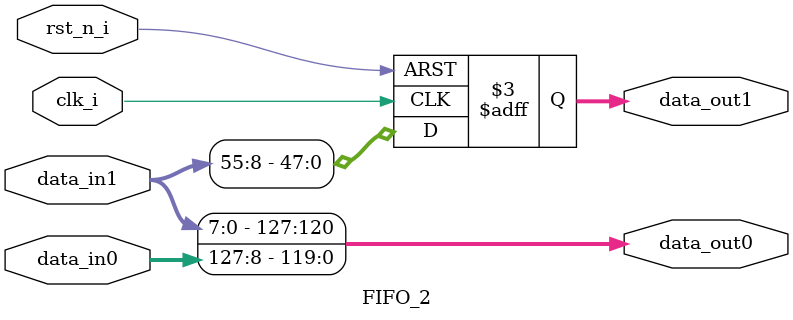
<source format=v>
module FIFO_2 (
    input               clk_i    ,
    input               rst_n_i  ,
    input  wire [127:0] data_in0 ,
    input  wire [ 55:0] data_in1 ,
    output wire [127:0] data_out0,
    output reg  [ 47:0] data_out1
);

    always@(posedge clk_i or negedge rst_n_i)
        begin
            if(!rst_n_i)
                begin
                    data_out1 <= 0;
                end
            else
                begin
                    data_out1 <= data_in1[55:8];
                end
        end

    assign data_out0 = { data_in1[7:0] , data_in0[127:8] };

endmodule


</source>
